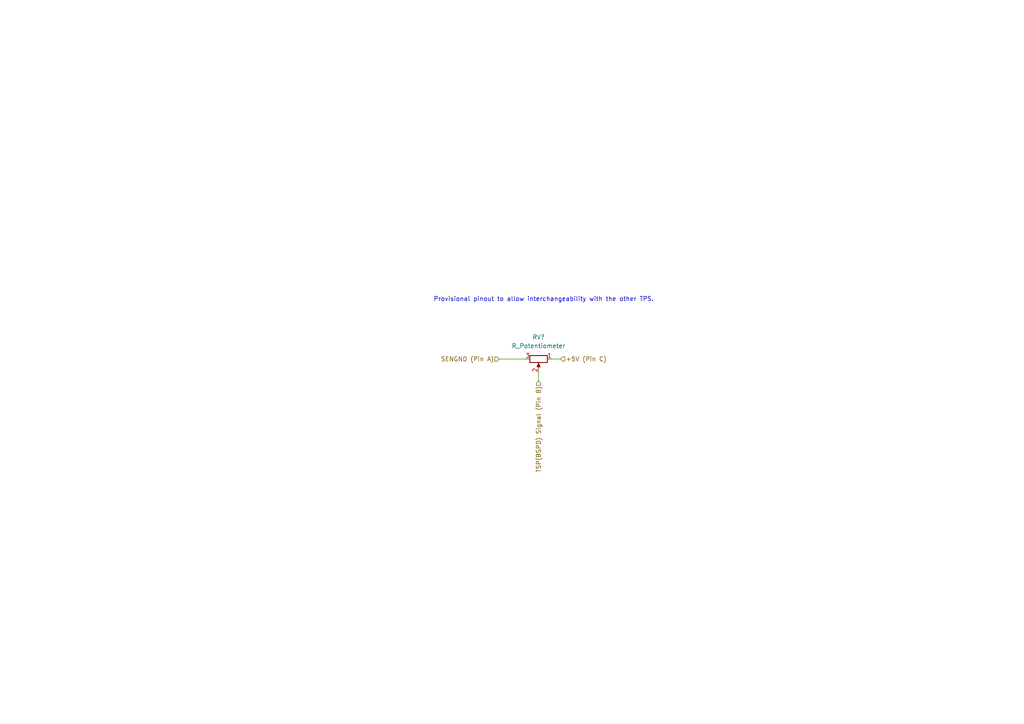
<source format=kicad_sch>
(kicad_sch (version 20230121) (generator eeschema)
  (paper "A4")
  (lib_symbols
    (symbol "Device:R_Potentiometer" (pin_names (offset 1.016) hide)
      (property "Reference" "RV" (at -4.445 0 90))
      (property "Value" "R_Potentiometer" (at -2.54 0 90))
      (symbol "R_Potentiometer_0_1"
        (polyline (pts (xy 2.54 0) (xy 1.524 0)))
        (polyline (pts (xy 1.143 0) (xy 2.286 0.508) (xy 2.286 -0.508) (xy 1.143 0)) (fill (type outline)))
        (rectangle (start 1.016 2.54) (end -1.016 -2.54) (stroke (width 0.254)))
      )
      (symbol "R_Potentiometer_1_1"
        (pin passive line (at 0 3.81 270) (length 1.27) (name "1") (number "1"))
        (pin passive line (at 3.81 0 180) (length 1.27) (name "2") (number "2"))
        (pin passive line (at 0 -3.81 90) (length 1.27) (name "3") (number "3"))
      )
    )
  )
  (wire (pts (xy 144.78 104.14) (xy 152.4 104.14)))
  (wire (pts (xy 156.21 107.95) (xy 156.21 110.49)))
  (wire (pts (xy 160.02 104.14) (xy 162.56 104.14)))
  (text "Provisional pinout to allow interchangeability with the other TPS." (at 125.73 87.63 0) (effects (font (size 1.27 1.27)) (justify left bottom)))
  (hierarchical_label "+5V (Pin C)" (shape input) (at 162.56 104.14 0))
  (hierarchical_label "TSP(BSPD) Signal (Pin B)" (shape input) (at 156.21 110.49 270))
  (hierarchical_label "SENGND (Pin A)" (shape input) (at 144.78 104.14 180))
  (symbol (lib_id "Device:R_Potentiometer") (at 156.21 104.14 270) (unit 1)
    (property "Reference" "RV?" (at 156.21 97.79 90))
    (property "Value" "R_Potentiometer" (at 156.21 100.33 90))
  )
)
</source>
